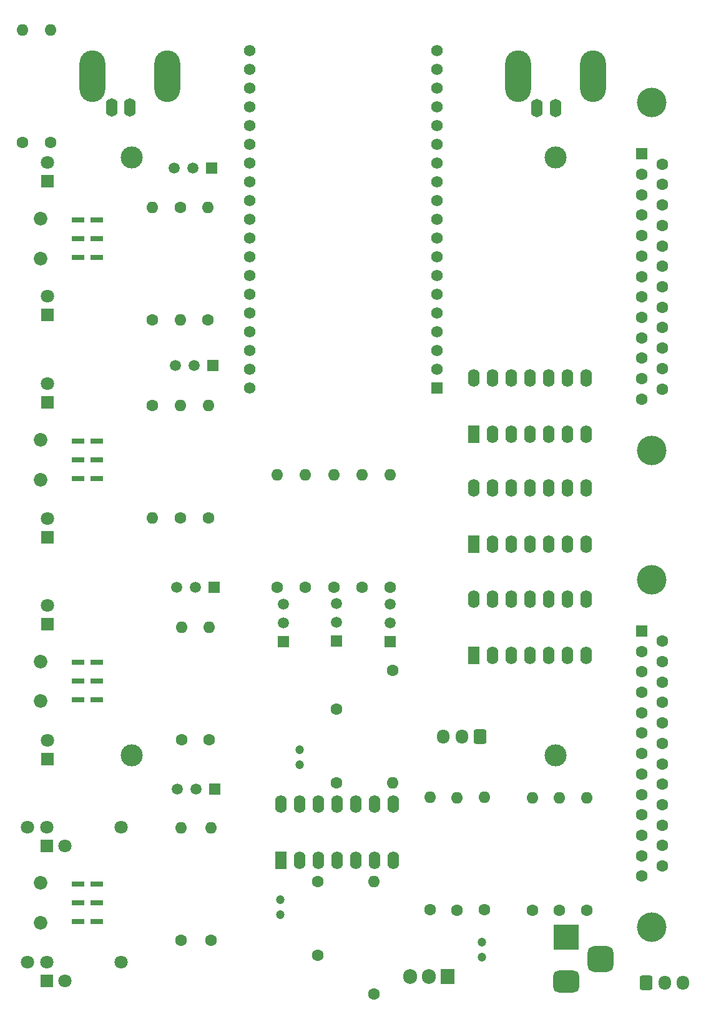
<source format=gbr>
%TF.GenerationSoftware,KiCad,Pcbnew,7.0.8*%
%TF.CreationDate,2024-02-09T14:55:35+01:00*%
%TF.ProjectId,LED-Zappelin-V2-Chrolis,4c45442d-5a61-4707-9065-6c696e2d5632,rev?*%
%TF.SameCoordinates,Original*%
%TF.FileFunction,Soldermask,Top*%
%TF.FilePolarity,Negative*%
%FSLAX46Y46*%
G04 Gerber Fmt 4.6, Leading zero omitted, Abs format (unit mm)*
G04 Created by KiCad (PCBNEW 7.0.8) date 2024-02-09 14:55:35*
%MOMM*%
%LPD*%
G01*
G04 APERTURE LIST*
G04 Aperture macros list*
%AMRoundRect*
0 Rectangle with rounded corners*
0 $1 Rounding radius*
0 $2 $3 $4 $5 $6 $7 $8 $9 X,Y pos of 4 corners*
0 Add a 4 corners polygon primitive as box body*
4,1,4,$2,$3,$4,$5,$6,$7,$8,$9,$2,$3,0*
0 Add four circle primitives for the rounded corners*
1,1,$1+$1,$2,$3*
1,1,$1+$1,$4,$5*
1,1,$1+$1,$6,$7*
1,1,$1+$1,$8,$9*
0 Add four rect primitives between the rounded corners*
20,1,$1+$1,$2,$3,$4,$5,0*
20,1,$1+$1,$4,$5,$6,$7,0*
20,1,$1+$1,$6,$7,$8,$9,0*
20,1,$1+$1,$8,$9,$2,$3,0*%
G04 Aperture macros list end*
%ADD10RoundRect,0.250000X-0.600000X-0.725000X0.600000X-0.725000X0.600000X0.725000X-0.600000X0.725000X0*%
%ADD11O,1.700000X1.950000*%
%ADD12C,1.600000*%
%ADD13O,1.600000X1.600000*%
%ADD14C,4.000000*%
%ADD15R,1.600000X1.600000*%
%ADD16R,1.500000X1.500000*%
%ADD17C,1.500000*%
%ADD18O,1.600000X2.400000*%
%ADD19R,1.600000X2.400000*%
%ADD20C,1.850000*%
%ADD21R,1.750000X0.750000*%
%ADD22C,1.800000*%
%ADD23R,1.800000X1.800000*%
%ADD24C,1.200000*%
%ADD25O,1.600200X2.499360*%
%ADD26O,3.500120X7.000240*%
%ADD27C,1.560000*%
%ADD28R,1.560000X1.560000*%
%ADD29RoundRect,0.250000X0.600000X0.725000X-0.600000X0.725000X-0.600000X-0.725000X0.600000X-0.725000X0*%
%ADD30C,3.000000*%
%ADD31R,3.500000X3.500000*%
%ADD32RoundRect,0.750000X1.000000X-0.750000X1.000000X0.750000X-1.000000X0.750000X-1.000000X-0.750000X0*%
%ADD33RoundRect,0.875000X0.875000X-0.875000X0.875000X0.875000X-0.875000X0.875000X-0.875000X-0.875000X0*%
%ADD34R,1.905000X2.000000*%
%ADD35O,1.905000X2.000000*%
G04 APERTURE END LIST*
D10*
%TO.C,J7*%
X137300000Y-180850000D03*
D11*
X139800000Y-180850000D03*
X142300000Y-180850000D03*
%TD*%
D12*
%TO.C,R23*%
X107975000Y-170990000D03*
D13*
X107975000Y-155750000D03*
%TD*%
D12*
%TO.C,R25*%
X121850000Y-171020000D03*
D13*
X121850000Y-155780000D03*
%TD*%
D12*
%TO.C,R24*%
X125550000Y-171020000D03*
D13*
X125550000Y-155780000D03*
%TD*%
D12*
%TO.C,R22*%
X111650000Y-170995000D03*
D13*
X111650000Y-155755000D03*
%TD*%
D12*
%TO.C,R10*%
X129250000Y-171020000D03*
D13*
X129250000Y-155780000D03*
%TD*%
D12*
%TO.C,R9*%
X115350000Y-170990000D03*
D13*
X115350000Y-155750000D03*
%TD*%
%TO.C,R13*%
X102955000Y-153750000D03*
D12*
X102955000Y-138510000D03*
%TD*%
D14*
%TO.C,J3*%
X138100000Y-173350000D03*
X138100000Y-126250000D03*
D15*
X136680000Y-133180000D03*
D12*
X136680000Y-135950000D03*
X136680000Y-138720000D03*
X136680000Y-141490000D03*
X136680000Y-144260000D03*
X136680000Y-147030000D03*
X136680000Y-149800000D03*
X136680000Y-152570000D03*
X136680000Y-155340000D03*
X136680000Y-158110000D03*
X136680000Y-160880000D03*
X136680000Y-163650000D03*
X136680000Y-166420000D03*
X139520000Y-134565000D03*
X139520000Y-137335000D03*
X139520000Y-140105000D03*
X139520000Y-142875000D03*
X139520000Y-145645000D03*
X139520000Y-148415000D03*
X139520000Y-151185000D03*
X139520000Y-153955000D03*
X139520000Y-156725000D03*
X139520000Y-159495000D03*
X139520000Y-162265000D03*
X139520000Y-165035000D03*
%TD*%
D16*
%TO.C,Q2*%
X78400000Y-70435000D03*
D17*
X75860000Y-70435000D03*
X73320000Y-70435000D03*
%TD*%
D16*
%TO.C,Q1*%
X78500000Y-97225000D03*
D17*
X75960000Y-97225000D03*
X73420000Y-97225000D03*
%TD*%
D18*
%TO.C,U7*%
X87735000Y-156660000D03*
X90275000Y-156660000D03*
X92815000Y-156660000D03*
X95355000Y-156660000D03*
X97895000Y-156660000D03*
X100435000Y-156660000D03*
X102975000Y-156660000D03*
X102975000Y-164280000D03*
X100435000Y-164280000D03*
X97895000Y-164280000D03*
X95355000Y-164280000D03*
X92815000Y-164280000D03*
X90275000Y-164280000D03*
D19*
X87735000Y-164280000D03*
%TD*%
D20*
%TO.C,SW4*%
X55200000Y-172700000D03*
X55200000Y-167300000D03*
D21*
X60280000Y-172540000D03*
X60280000Y-170000000D03*
X60280000Y-167460000D03*
X62820000Y-172540000D03*
X62820000Y-170000000D03*
X62820000Y-167460000D03*
%TD*%
D22*
%TO.C,RV2*%
X66100000Y-159750000D03*
X58480000Y-162290000D03*
X53400000Y-159750000D03*
%TD*%
D13*
%TO.C,R21*%
X74250000Y-159830000D03*
D12*
X74250000Y-175070000D03*
%TD*%
%TO.C,R14*%
X78250000Y-175070000D03*
D13*
X78250000Y-159830000D03*
%TD*%
D16*
%TO.C,Q4*%
X78775000Y-154600000D03*
D17*
X76235000Y-154600000D03*
X73695000Y-154600000D03*
%TD*%
D23*
%TO.C,D8*%
X56000000Y-162275000D03*
D22*
X56000000Y-159735000D03*
%TD*%
D23*
%TO.C,D7*%
X56000000Y-180575000D03*
D22*
X56000000Y-178035000D03*
%TD*%
D24*
%TO.C,C5*%
X90275000Y-151285000D03*
X90275000Y-149285000D03*
%TD*%
D12*
%TO.C,C4*%
X95330000Y-153775000D03*
X95330000Y-143775000D03*
%TD*%
D21*
%TO.C,SW2*%
X62820000Y-107460000D03*
X62820000Y-110000000D03*
X62820000Y-112540000D03*
X60280000Y-107460000D03*
X60280000Y-110000000D03*
X60280000Y-112540000D03*
D20*
X55200000Y-107300000D03*
X55200000Y-112700000D03*
%TD*%
D21*
%TO.C,SW1*%
X62820000Y-77460000D03*
X62820000Y-80000000D03*
X62820000Y-82540000D03*
X60280000Y-77460000D03*
X60280000Y-80000000D03*
X60280000Y-82540000D03*
D20*
X55200000Y-77300000D03*
X55200000Y-82700000D03*
%TD*%
D25*
%TO.C,J1*%
X67299680Y-62264660D03*
D26*
X62201900Y-58000000D03*
D25*
X64800320Y-62264660D03*
D26*
X72400000Y-58000000D03*
%TD*%
D12*
%TO.C,C2*%
X92800000Y-167100000D03*
X92800000Y-177100000D03*
%TD*%
D24*
%TO.C,C3*%
X87725000Y-169610000D03*
X87725000Y-171610000D03*
%TD*%
%TO.C,C1*%
X115000000Y-177350000D03*
X115000000Y-175350000D03*
%TD*%
D22*
%TO.C,RV1*%
X66100000Y-178050000D03*
X58480000Y-180590000D03*
X53400000Y-178050000D03*
%TD*%
D20*
%TO.C,SW3*%
X55200000Y-142700000D03*
X55200000Y-137300000D03*
D21*
X60280000Y-142540000D03*
X60280000Y-140000000D03*
X60280000Y-137460000D03*
X62820000Y-142540000D03*
X62820000Y-140000000D03*
X62820000Y-137460000D03*
%TD*%
D12*
%TO.C,R12*%
X78075000Y-147895000D03*
D13*
X78075000Y-132655000D03*
%TD*%
D16*
%TO.C,Q3*%
X78700000Y-127250000D03*
D17*
X76160000Y-127250000D03*
X73620000Y-127250000D03*
%TD*%
D27*
%TO.C,U1*%
X83500000Y-54500000D03*
X83500000Y-57040000D03*
X83500000Y-59580000D03*
X83500000Y-62120000D03*
X83500000Y-64660000D03*
X83500000Y-67200000D03*
X83500000Y-69740000D03*
X83500000Y-72280000D03*
X83500000Y-74820000D03*
X83500000Y-77360000D03*
X83500000Y-79900000D03*
X83500000Y-82440000D03*
X83500000Y-84980000D03*
X83500000Y-87520000D03*
X83500000Y-90060000D03*
X83500000Y-92600000D03*
X83500000Y-95140000D03*
X83500000Y-97680000D03*
X83500000Y-100220000D03*
X108900000Y-54500000D03*
X108900000Y-57040000D03*
X108900000Y-59580000D03*
X108900000Y-62120000D03*
X108900000Y-64660000D03*
X108900000Y-67200000D03*
X108900000Y-69740000D03*
X108900000Y-72280000D03*
X108900000Y-74820000D03*
X108900000Y-77360000D03*
X108900000Y-79900000D03*
X108900000Y-82440000D03*
X108900000Y-84980000D03*
X108900000Y-87520000D03*
X108900000Y-90060000D03*
X108900000Y-92600000D03*
X108900000Y-95140000D03*
X108900000Y-97680000D03*
D28*
X108900000Y-100220000D03*
%TD*%
D23*
%TO.C,D3*%
X56100000Y-120475000D03*
D22*
X56100000Y-117935000D03*
%TD*%
D29*
%TO.C,J5*%
X114800000Y-147525000D03*
D11*
X112300000Y-147525000D03*
X109800000Y-147525000D03*
%TD*%
D30*
%TO.C,H2*%
X125000000Y-69000000D03*
%TD*%
%TO.C,H1*%
X67500000Y-69000000D03*
%TD*%
D12*
%TO.C,R17*%
X94925000Y-127270000D03*
D13*
X94925000Y-112030000D03*
%TD*%
D22*
%TO.C,D6*%
X56100000Y-129735000D03*
D23*
X56100000Y-132275000D03*
%TD*%
D12*
%TO.C,R4*%
X77900000Y-91050000D03*
D13*
X77900000Y-75810000D03*
%TD*%
D16*
%TO.C,Q5*%
X88125000Y-134625000D03*
D17*
X88125000Y-132085000D03*
X88125000Y-129545000D03*
%TD*%
D31*
%TO.C,J6*%
X126425000Y-174650000D03*
D32*
X126425000Y-180650000D03*
D33*
X131125000Y-177650000D03*
%TD*%
D12*
%TO.C,R11*%
X74275000Y-147895000D03*
D13*
X74275000Y-132655000D03*
%TD*%
D23*
%TO.C,D1*%
X56100000Y-72200000D03*
D22*
X56100000Y-69660000D03*
%TD*%
D17*
%TO.C,Q7*%
X102600000Y-129525000D03*
X102600000Y-132065000D03*
D16*
X102600000Y-134605000D03*
%TD*%
D12*
%TO.C,R18*%
X98775000Y-127270000D03*
D13*
X98775000Y-112030000D03*
%TD*%
D12*
%TO.C,R3*%
X74100000Y-75810000D03*
D13*
X74100000Y-91050000D03*
%TD*%
D34*
%TO.C,U5*%
X110415000Y-180030000D03*
D35*
X107875000Y-180030000D03*
X105335000Y-180030000D03*
%TD*%
D30*
%TO.C,H4*%
X125000000Y-150000000D03*
%TD*%
D19*
%TO.C,U2*%
X113965000Y-136525000D03*
D18*
X116505000Y-136525000D03*
X119045000Y-136525000D03*
X121585000Y-136525000D03*
X124125000Y-136525000D03*
X126665000Y-136525000D03*
X129205000Y-136525000D03*
X129205000Y-128905000D03*
X126665000Y-128905000D03*
X124125000Y-128905000D03*
X121585000Y-128905000D03*
X119045000Y-128905000D03*
X116505000Y-128905000D03*
X113965000Y-128905000D03*
%TD*%
D19*
%TO.C,U4*%
X113890000Y-106525000D03*
D18*
X116430000Y-106525000D03*
X118970000Y-106525000D03*
X121510000Y-106525000D03*
X124050000Y-106525000D03*
X126590000Y-106525000D03*
X129130000Y-106525000D03*
X129130000Y-98905000D03*
X126590000Y-98905000D03*
X124050000Y-98905000D03*
X121510000Y-98905000D03*
X118970000Y-98905000D03*
X116430000Y-98905000D03*
X113890000Y-98905000D03*
%TD*%
D12*
%TO.C,R16*%
X91075000Y-127270000D03*
D13*
X91075000Y-112030000D03*
%TD*%
D30*
%TO.C,H3*%
X67500000Y-150000000D03*
%TD*%
D12*
%TO.C,R8*%
X77950000Y-117895000D03*
D13*
X77950000Y-102655000D03*
%TD*%
D19*
%TO.C,U3*%
X113890000Y-121425000D03*
D18*
X116430000Y-121425000D03*
X118970000Y-121425000D03*
X121510000Y-121425000D03*
X124050000Y-121425000D03*
X126590000Y-121425000D03*
X129130000Y-121425000D03*
X129130000Y-113805000D03*
X126590000Y-113805000D03*
X124050000Y-113805000D03*
X121510000Y-113805000D03*
X118970000Y-113805000D03*
X116430000Y-113805000D03*
X113890000Y-113805000D03*
%TD*%
D16*
%TO.C,Q6*%
X95300000Y-134565000D03*
D17*
X95300000Y-132025000D03*
X95300000Y-129485000D03*
%TD*%
D12*
%TO.C,J4*%
X139520000Y-100385000D03*
X139520000Y-97615000D03*
X139520000Y-94845000D03*
X139520000Y-92075000D03*
X139520000Y-89305000D03*
X139520000Y-86535000D03*
X139520000Y-83765000D03*
X139520000Y-80995000D03*
X139520000Y-78225000D03*
X139520000Y-75455000D03*
X139520000Y-72685000D03*
X139520000Y-69915000D03*
X136680000Y-101770000D03*
X136680000Y-99000000D03*
X136680000Y-96230000D03*
X136680000Y-93460000D03*
X136680000Y-90690000D03*
X136680000Y-87920000D03*
X136680000Y-85150000D03*
X136680000Y-82380000D03*
X136680000Y-79610000D03*
X136680000Y-76840000D03*
X136680000Y-74070000D03*
X136680000Y-71300000D03*
D15*
X136680000Y-68530000D03*
D14*
X138100000Y-61600000D03*
X138100000Y-108700000D03*
%TD*%
D12*
%TO.C,R7*%
X74100000Y-117895000D03*
D13*
X74100000Y-102655000D03*
%TD*%
D12*
%TO.C,R5*%
X70300000Y-102645000D03*
D13*
X70300000Y-117885000D03*
%TD*%
D12*
%TO.C,R6*%
X70300000Y-91050000D03*
D13*
X70300000Y-75810000D03*
%TD*%
D12*
%TO.C,R1*%
X52750000Y-67020000D03*
D13*
X52750000Y-51780000D03*
%TD*%
%TO.C,R19*%
X102625000Y-112030000D03*
D12*
X102625000Y-127270000D03*
%TD*%
D25*
%TO.C,J2*%
X125000000Y-62301260D03*
D26*
X119902220Y-58036600D03*
D25*
X122500640Y-62301260D03*
D26*
X130100320Y-58036600D03*
%TD*%
D23*
%TO.C,D2*%
X56100000Y-90375000D03*
D22*
X56100000Y-87835000D03*
%TD*%
D13*
%TO.C,R15*%
X87225000Y-112030000D03*
D12*
X87225000Y-127270000D03*
%TD*%
D13*
%TO.C,R2*%
X56550000Y-51780000D03*
D12*
X56550000Y-67020000D03*
%TD*%
D13*
%TO.C,R20*%
X100425000Y-167100000D03*
D12*
X100425000Y-182340000D03*
%TD*%
D23*
%TO.C,D4*%
X56100000Y-102175000D03*
D22*
X56100000Y-99635000D03*
%TD*%
%TO.C,D5*%
X56100000Y-148035000D03*
D23*
X56100000Y-150575000D03*
%TD*%
M02*

</source>
